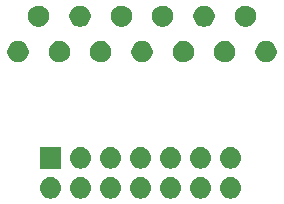
<source format=gbr>
G04 #@! TF.GenerationSoftware,KiCad,Pcbnew,(5.1.4)-1*
G04 #@! TF.CreationDate,2019-10-27T01:38:00+02:00*
G04 #@! TF.ProjectId,SIOSocket,53494f53-6f63-46b6-9574-2e6b69636164,rev?*
G04 #@! TF.SameCoordinates,Original*
G04 #@! TF.FileFunction,Soldermask,Bot*
G04 #@! TF.FilePolarity,Negative*
%FSLAX46Y46*%
G04 Gerber Fmt 4.6, Leading zero omitted, Abs format (unit mm)*
G04 Created by KiCad (PCBNEW (5.1.4)-1) date 2019-10-27 01:38:00*
%MOMM*%
%LPD*%
G04 APERTURE LIST*
%ADD10C,0.100000*%
G04 APERTURE END LIST*
D10*
G36*
X155350443Y-100145519D02*
G01*
X155416627Y-100152037D01*
X155586466Y-100203557D01*
X155742991Y-100287222D01*
X155778729Y-100316552D01*
X155880186Y-100399814D01*
X155963448Y-100501271D01*
X155992778Y-100537009D01*
X156076443Y-100693534D01*
X156127963Y-100863373D01*
X156145359Y-101040000D01*
X156127963Y-101216627D01*
X156076443Y-101386466D01*
X155992778Y-101542991D01*
X155963448Y-101578729D01*
X155880186Y-101680186D01*
X155778729Y-101763448D01*
X155742991Y-101792778D01*
X155586466Y-101876443D01*
X155416627Y-101927963D01*
X155350443Y-101934481D01*
X155284260Y-101941000D01*
X155195740Y-101941000D01*
X155129558Y-101934482D01*
X155063373Y-101927963D01*
X154893534Y-101876443D01*
X154737009Y-101792778D01*
X154701271Y-101763448D01*
X154599814Y-101680186D01*
X154516552Y-101578729D01*
X154487222Y-101542991D01*
X154403557Y-101386466D01*
X154352037Y-101216627D01*
X154334641Y-101040000D01*
X154352037Y-100863373D01*
X154403557Y-100693534D01*
X154487222Y-100537009D01*
X154516552Y-100501271D01*
X154599814Y-100399814D01*
X154701271Y-100316552D01*
X154737009Y-100287222D01*
X154893534Y-100203557D01*
X155063373Y-100152037D01*
X155129558Y-100145518D01*
X155195740Y-100139000D01*
X155284260Y-100139000D01*
X155350443Y-100145519D01*
X155350443Y-100145519D01*
G37*
G36*
X140110443Y-100145519D02*
G01*
X140176627Y-100152037D01*
X140346466Y-100203557D01*
X140502991Y-100287222D01*
X140538729Y-100316552D01*
X140640186Y-100399814D01*
X140723448Y-100501271D01*
X140752778Y-100537009D01*
X140836443Y-100693534D01*
X140887963Y-100863373D01*
X140905359Y-101040000D01*
X140887963Y-101216627D01*
X140836443Y-101386466D01*
X140752778Y-101542991D01*
X140723448Y-101578729D01*
X140640186Y-101680186D01*
X140538729Y-101763448D01*
X140502991Y-101792778D01*
X140346466Y-101876443D01*
X140176627Y-101927963D01*
X140110443Y-101934481D01*
X140044260Y-101941000D01*
X139955740Y-101941000D01*
X139889558Y-101934482D01*
X139823373Y-101927963D01*
X139653534Y-101876443D01*
X139497009Y-101792778D01*
X139461271Y-101763448D01*
X139359814Y-101680186D01*
X139276552Y-101578729D01*
X139247222Y-101542991D01*
X139163557Y-101386466D01*
X139112037Y-101216627D01*
X139094641Y-101040000D01*
X139112037Y-100863373D01*
X139163557Y-100693534D01*
X139247222Y-100537009D01*
X139276552Y-100501271D01*
X139359814Y-100399814D01*
X139461271Y-100316552D01*
X139497009Y-100287222D01*
X139653534Y-100203557D01*
X139823373Y-100152037D01*
X139889558Y-100145518D01*
X139955740Y-100139000D01*
X140044260Y-100139000D01*
X140110443Y-100145519D01*
X140110443Y-100145519D01*
G37*
G36*
X142650443Y-100145519D02*
G01*
X142716627Y-100152037D01*
X142886466Y-100203557D01*
X143042991Y-100287222D01*
X143078729Y-100316552D01*
X143180186Y-100399814D01*
X143263448Y-100501271D01*
X143292778Y-100537009D01*
X143376443Y-100693534D01*
X143427963Y-100863373D01*
X143445359Y-101040000D01*
X143427963Y-101216627D01*
X143376443Y-101386466D01*
X143292778Y-101542991D01*
X143263448Y-101578729D01*
X143180186Y-101680186D01*
X143078729Y-101763448D01*
X143042991Y-101792778D01*
X142886466Y-101876443D01*
X142716627Y-101927963D01*
X142650443Y-101934481D01*
X142584260Y-101941000D01*
X142495740Y-101941000D01*
X142429558Y-101934482D01*
X142363373Y-101927963D01*
X142193534Y-101876443D01*
X142037009Y-101792778D01*
X142001271Y-101763448D01*
X141899814Y-101680186D01*
X141816552Y-101578729D01*
X141787222Y-101542991D01*
X141703557Y-101386466D01*
X141652037Y-101216627D01*
X141634641Y-101040000D01*
X141652037Y-100863373D01*
X141703557Y-100693534D01*
X141787222Y-100537009D01*
X141816552Y-100501271D01*
X141899814Y-100399814D01*
X142001271Y-100316552D01*
X142037009Y-100287222D01*
X142193534Y-100203557D01*
X142363373Y-100152037D01*
X142429558Y-100145518D01*
X142495740Y-100139000D01*
X142584260Y-100139000D01*
X142650443Y-100145519D01*
X142650443Y-100145519D01*
G37*
G36*
X145190443Y-100145519D02*
G01*
X145256627Y-100152037D01*
X145426466Y-100203557D01*
X145582991Y-100287222D01*
X145618729Y-100316552D01*
X145720186Y-100399814D01*
X145803448Y-100501271D01*
X145832778Y-100537009D01*
X145916443Y-100693534D01*
X145967963Y-100863373D01*
X145985359Y-101040000D01*
X145967963Y-101216627D01*
X145916443Y-101386466D01*
X145832778Y-101542991D01*
X145803448Y-101578729D01*
X145720186Y-101680186D01*
X145618729Y-101763448D01*
X145582991Y-101792778D01*
X145426466Y-101876443D01*
X145256627Y-101927963D01*
X145190443Y-101934481D01*
X145124260Y-101941000D01*
X145035740Y-101941000D01*
X144969558Y-101934482D01*
X144903373Y-101927963D01*
X144733534Y-101876443D01*
X144577009Y-101792778D01*
X144541271Y-101763448D01*
X144439814Y-101680186D01*
X144356552Y-101578729D01*
X144327222Y-101542991D01*
X144243557Y-101386466D01*
X144192037Y-101216627D01*
X144174641Y-101040000D01*
X144192037Y-100863373D01*
X144243557Y-100693534D01*
X144327222Y-100537009D01*
X144356552Y-100501271D01*
X144439814Y-100399814D01*
X144541271Y-100316552D01*
X144577009Y-100287222D01*
X144733534Y-100203557D01*
X144903373Y-100152037D01*
X144969558Y-100145518D01*
X145035740Y-100139000D01*
X145124260Y-100139000D01*
X145190443Y-100145519D01*
X145190443Y-100145519D01*
G37*
G36*
X147730443Y-100145519D02*
G01*
X147796627Y-100152037D01*
X147966466Y-100203557D01*
X148122991Y-100287222D01*
X148158729Y-100316552D01*
X148260186Y-100399814D01*
X148343448Y-100501271D01*
X148372778Y-100537009D01*
X148456443Y-100693534D01*
X148507963Y-100863373D01*
X148525359Y-101040000D01*
X148507963Y-101216627D01*
X148456443Y-101386466D01*
X148372778Y-101542991D01*
X148343448Y-101578729D01*
X148260186Y-101680186D01*
X148158729Y-101763448D01*
X148122991Y-101792778D01*
X147966466Y-101876443D01*
X147796627Y-101927963D01*
X147730443Y-101934481D01*
X147664260Y-101941000D01*
X147575740Y-101941000D01*
X147509558Y-101934482D01*
X147443373Y-101927963D01*
X147273534Y-101876443D01*
X147117009Y-101792778D01*
X147081271Y-101763448D01*
X146979814Y-101680186D01*
X146896552Y-101578729D01*
X146867222Y-101542991D01*
X146783557Y-101386466D01*
X146732037Y-101216627D01*
X146714641Y-101040000D01*
X146732037Y-100863373D01*
X146783557Y-100693534D01*
X146867222Y-100537009D01*
X146896552Y-100501271D01*
X146979814Y-100399814D01*
X147081271Y-100316552D01*
X147117009Y-100287222D01*
X147273534Y-100203557D01*
X147443373Y-100152037D01*
X147509558Y-100145518D01*
X147575740Y-100139000D01*
X147664260Y-100139000D01*
X147730443Y-100145519D01*
X147730443Y-100145519D01*
G37*
G36*
X150270443Y-100145519D02*
G01*
X150336627Y-100152037D01*
X150506466Y-100203557D01*
X150662991Y-100287222D01*
X150698729Y-100316552D01*
X150800186Y-100399814D01*
X150883448Y-100501271D01*
X150912778Y-100537009D01*
X150996443Y-100693534D01*
X151047963Y-100863373D01*
X151065359Y-101040000D01*
X151047963Y-101216627D01*
X150996443Y-101386466D01*
X150912778Y-101542991D01*
X150883448Y-101578729D01*
X150800186Y-101680186D01*
X150698729Y-101763448D01*
X150662991Y-101792778D01*
X150506466Y-101876443D01*
X150336627Y-101927963D01*
X150270443Y-101934481D01*
X150204260Y-101941000D01*
X150115740Y-101941000D01*
X150049558Y-101934482D01*
X149983373Y-101927963D01*
X149813534Y-101876443D01*
X149657009Y-101792778D01*
X149621271Y-101763448D01*
X149519814Y-101680186D01*
X149436552Y-101578729D01*
X149407222Y-101542991D01*
X149323557Y-101386466D01*
X149272037Y-101216627D01*
X149254641Y-101040000D01*
X149272037Y-100863373D01*
X149323557Y-100693534D01*
X149407222Y-100537009D01*
X149436552Y-100501271D01*
X149519814Y-100399814D01*
X149621271Y-100316552D01*
X149657009Y-100287222D01*
X149813534Y-100203557D01*
X149983373Y-100152037D01*
X150049558Y-100145518D01*
X150115740Y-100139000D01*
X150204260Y-100139000D01*
X150270443Y-100145519D01*
X150270443Y-100145519D01*
G37*
G36*
X152810443Y-100145519D02*
G01*
X152876627Y-100152037D01*
X153046466Y-100203557D01*
X153202991Y-100287222D01*
X153238729Y-100316552D01*
X153340186Y-100399814D01*
X153423448Y-100501271D01*
X153452778Y-100537009D01*
X153536443Y-100693534D01*
X153587963Y-100863373D01*
X153605359Y-101040000D01*
X153587963Y-101216627D01*
X153536443Y-101386466D01*
X153452778Y-101542991D01*
X153423448Y-101578729D01*
X153340186Y-101680186D01*
X153238729Y-101763448D01*
X153202991Y-101792778D01*
X153046466Y-101876443D01*
X152876627Y-101927963D01*
X152810443Y-101934481D01*
X152744260Y-101941000D01*
X152655740Y-101941000D01*
X152589558Y-101934482D01*
X152523373Y-101927963D01*
X152353534Y-101876443D01*
X152197009Y-101792778D01*
X152161271Y-101763448D01*
X152059814Y-101680186D01*
X151976552Y-101578729D01*
X151947222Y-101542991D01*
X151863557Y-101386466D01*
X151812037Y-101216627D01*
X151794641Y-101040000D01*
X151812037Y-100863373D01*
X151863557Y-100693534D01*
X151947222Y-100537009D01*
X151976552Y-100501271D01*
X152059814Y-100399814D01*
X152161271Y-100316552D01*
X152197009Y-100287222D01*
X152353534Y-100203557D01*
X152523373Y-100152037D01*
X152589558Y-100145518D01*
X152655740Y-100139000D01*
X152744260Y-100139000D01*
X152810443Y-100145519D01*
X152810443Y-100145519D01*
G37*
G36*
X140901000Y-99401000D02*
G01*
X139099000Y-99401000D01*
X139099000Y-97599000D01*
X140901000Y-97599000D01*
X140901000Y-99401000D01*
X140901000Y-99401000D01*
G37*
G36*
X142650443Y-97605519D02*
G01*
X142716627Y-97612037D01*
X142886466Y-97663557D01*
X143042991Y-97747222D01*
X143078729Y-97776552D01*
X143180186Y-97859814D01*
X143263448Y-97961271D01*
X143292778Y-97997009D01*
X143376443Y-98153534D01*
X143427963Y-98323373D01*
X143445359Y-98500000D01*
X143427963Y-98676627D01*
X143376443Y-98846466D01*
X143292778Y-99002991D01*
X143263448Y-99038729D01*
X143180186Y-99140186D01*
X143078729Y-99223448D01*
X143042991Y-99252778D01*
X142886466Y-99336443D01*
X142716627Y-99387963D01*
X142650442Y-99394482D01*
X142584260Y-99401000D01*
X142495740Y-99401000D01*
X142429558Y-99394482D01*
X142363373Y-99387963D01*
X142193534Y-99336443D01*
X142037009Y-99252778D01*
X142001271Y-99223448D01*
X141899814Y-99140186D01*
X141816552Y-99038729D01*
X141787222Y-99002991D01*
X141703557Y-98846466D01*
X141652037Y-98676627D01*
X141634641Y-98500000D01*
X141652037Y-98323373D01*
X141703557Y-98153534D01*
X141787222Y-97997009D01*
X141816552Y-97961271D01*
X141899814Y-97859814D01*
X142001271Y-97776552D01*
X142037009Y-97747222D01*
X142193534Y-97663557D01*
X142363373Y-97612037D01*
X142429557Y-97605519D01*
X142495740Y-97599000D01*
X142584260Y-97599000D01*
X142650443Y-97605519D01*
X142650443Y-97605519D01*
G37*
G36*
X145190443Y-97605519D02*
G01*
X145256627Y-97612037D01*
X145426466Y-97663557D01*
X145582991Y-97747222D01*
X145618729Y-97776552D01*
X145720186Y-97859814D01*
X145803448Y-97961271D01*
X145832778Y-97997009D01*
X145916443Y-98153534D01*
X145967963Y-98323373D01*
X145985359Y-98500000D01*
X145967963Y-98676627D01*
X145916443Y-98846466D01*
X145832778Y-99002991D01*
X145803448Y-99038729D01*
X145720186Y-99140186D01*
X145618729Y-99223448D01*
X145582991Y-99252778D01*
X145426466Y-99336443D01*
X145256627Y-99387963D01*
X145190442Y-99394482D01*
X145124260Y-99401000D01*
X145035740Y-99401000D01*
X144969558Y-99394482D01*
X144903373Y-99387963D01*
X144733534Y-99336443D01*
X144577009Y-99252778D01*
X144541271Y-99223448D01*
X144439814Y-99140186D01*
X144356552Y-99038729D01*
X144327222Y-99002991D01*
X144243557Y-98846466D01*
X144192037Y-98676627D01*
X144174641Y-98500000D01*
X144192037Y-98323373D01*
X144243557Y-98153534D01*
X144327222Y-97997009D01*
X144356552Y-97961271D01*
X144439814Y-97859814D01*
X144541271Y-97776552D01*
X144577009Y-97747222D01*
X144733534Y-97663557D01*
X144903373Y-97612037D01*
X144969557Y-97605519D01*
X145035740Y-97599000D01*
X145124260Y-97599000D01*
X145190443Y-97605519D01*
X145190443Y-97605519D01*
G37*
G36*
X150270443Y-97605519D02*
G01*
X150336627Y-97612037D01*
X150506466Y-97663557D01*
X150662991Y-97747222D01*
X150698729Y-97776552D01*
X150800186Y-97859814D01*
X150883448Y-97961271D01*
X150912778Y-97997009D01*
X150996443Y-98153534D01*
X151047963Y-98323373D01*
X151065359Y-98500000D01*
X151047963Y-98676627D01*
X150996443Y-98846466D01*
X150912778Y-99002991D01*
X150883448Y-99038729D01*
X150800186Y-99140186D01*
X150698729Y-99223448D01*
X150662991Y-99252778D01*
X150506466Y-99336443D01*
X150336627Y-99387963D01*
X150270442Y-99394482D01*
X150204260Y-99401000D01*
X150115740Y-99401000D01*
X150049558Y-99394482D01*
X149983373Y-99387963D01*
X149813534Y-99336443D01*
X149657009Y-99252778D01*
X149621271Y-99223448D01*
X149519814Y-99140186D01*
X149436552Y-99038729D01*
X149407222Y-99002991D01*
X149323557Y-98846466D01*
X149272037Y-98676627D01*
X149254641Y-98500000D01*
X149272037Y-98323373D01*
X149323557Y-98153534D01*
X149407222Y-97997009D01*
X149436552Y-97961271D01*
X149519814Y-97859814D01*
X149621271Y-97776552D01*
X149657009Y-97747222D01*
X149813534Y-97663557D01*
X149983373Y-97612037D01*
X150049557Y-97605519D01*
X150115740Y-97599000D01*
X150204260Y-97599000D01*
X150270443Y-97605519D01*
X150270443Y-97605519D01*
G37*
G36*
X152810443Y-97605519D02*
G01*
X152876627Y-97612037D01*
X153046466Y-97663557D01*
X153202991Y-97747222D01*
X153238729Y-97776552D01*
X153340186Y-97859814D01*
X153423448Y-97961271D01*
X153452778Y-97997009D01*
X153536443Y-98153534D01*
X153587963Y-98323373D01*
X153605359Y-98500000D01*
X153587963Y-98676627D01*
X153536443Y-98846466D01*
X153452778Y-99002991D01*
X153423448Y-99038729D01*
X153340186Y-99140186D01*
X153238729Y-99223448D01*
X153202991Y-99252778D01*
X153046466Y-99336443D01*
X152876627Y-99387963D01*
X152810442Y-99394482D01*
X152744260Y-99401000D01*
X152655740Y-99401000D01*
X152589558Y-99394482D01*
X152523373Y-99387963D01*
X152353534Y-99336443D01*
X152197009Y-99252778D01*
X152161271Y-99223448D01*
X152059814Y-99140186D01*
X151976552Y-99038729D01*
X151947222Y-99002991D01*
X151863557Y-98846466D01*
X151812037Y-98676627D01*
X151794641Y-98500000D01*
X151812037Y-98323373D01*
X151863557Y-98153534D01*
X151947222Y-97997009D01*
X151976552Y-97961271D01*
X152059814Y-97859814D01*
X152161271Y-97776552D01*
X152197009Y-97747222D01*
X152353534Y-97663557D01*
X152523373Y-97612037D01*
X152589557Y-97605519D01*
X152655740Y-97599000D01*
X152744260Y-97599000D01*
X152810443Y-97605519D01*
X152810443Y-97605519D01*
G37*
G36*
X155350443Y-97605519D02*
G01*
X155416627Y-97612037D01*
X155586466Y-97663557D01*
X155742991Y-97747222D01*
X155778729Y-97776552D01*
X155880186Y-97859814D01*
X155963448Y-97961271D01*
X155992778Y-97997009D01*
X156076443Y-98153534D01*
X156127963Y-98323373D01*
X156145359Y-98500000D01*
X156127963Y-98676627D01*
X156076443Y-98846466D01*
X155992778Y-99002991D01*
X155963448Y-99038729D01*
X155880186Y-99140186D01*
X155778729Y-99223448D01*
X155742991Y-99252778D01*
X155586466Y-99336443D01*
X155416627Y-99387963D01*
X155350442Y-99394482D01*
X155284260Y-99401000D01*
X155195740Y-99401000D01*
X155129558Y-99394482D01*
X155063373Y-99387963D01*
X154893534Y-99336443D01*
X154737009Y-99252778D01*
X154701271Y-99223448D01*
X154599814Y-99140186D01*
X154516552Y-99038729D01*
X154487222Y-99002991D01*
X154403557Y-98846466D01*
X154352037Y-98676627D01*
X154334641Y-98500000D01*
X154352037Y-98323373D01*
X154403557Y-98153534D01*
X154487222Y-97997009D01*
X154516552Y-97961271D01*
X154599814Y-97859814D01*
X154701271Y-97776552D01*
X154737009Y-97747222D01*
X154893534Y-97663557D01*
X155063373Y-97612037D01*
X155129557Y-97605519D01*
X155195740Y-97599000D01*
X155284260Y-97599000D01*
X155350443Y-97605519D01*
X155350443Y-97605519D01*
G37*
G36*
X147730443Y-97605519D02*
G01*
X147796627Y-97612037D01*
X147966466Y-97663557D01*
X148122991Y-97747222D01*
X148158729Y-97776552D01*
X148260186Y-97859814D01*
X148343448Y-97961271D01*
X148372778Y-97997009D01*
X148456443Y-98153534D01*
X148507963Y-98323373D01*
X148525359Y-98500000D01*
X148507963Y-98676627D01*
X148456443Y-98846466D01*
X148372778Y-99002991D01*
X148343448Y-99038729D01*
X148260186Y-99140186D01*
X148158729Y-99223448D01*
X148122991Y-99252778D01*
X147966466Y-99336443D01*
X147796627Y-99387963D01*
X147730442Y-99394482D01*
X147664260Y-99401000D01*
X147575740Y-99401000D01*
X147509558Y-99394482D01*
X147443373Y-99387963D01*
X147273534Y-99336443D01*
X147117009Y-99252778D01*
X147081271Y-99223448D01*
X146979814Y-99140186D01*
X146896552Y-99038729D01*
X146867222Y-99002991D01*
X146783557Y-98846466D01*
X146732037Y-98676627D01*
X146714641Y-98500000D01*
X146732037Y-98323373D01*
X146783557Y-98153534D01*
X146867222Y-97997009D01*
X146896552Y-97961271D01*
X146979814Y-97859814D01*
X147081271Y-97776552D01*
X147117009Y-97747222D01*
X147273534Y-97663557D01*
X147443373Y-97612037D01*
X147509557Y-97605519D01*
X147575740Y-97599000D01*
X147664260Y-97599000D01*
X147730443Y-97605519D01*
X147730443Y-97605519D01*
G37*
G36*
X144363512Y-88603927D02*
G01*
X144512812Y-88633624D01*
X144676784Y-88701544D01*
X144824354Y-88800147D01*
X144949853Y-88925646D01*
X145048456Y-89073216D01*
X145116376Y-89237188D01*
X145151000Y-89411259D01*
X145151000Y-89588741D01*
X145116376Y-89762812D01*
X145048456Y-89926784D01*
X144949853Y-90074354D01*
X144824354Y-90199853D01*
X144676784Y-90298456D01*
X144512812Y-90366376D01*
X144363512Y-90396073D01*
X144338742Y-90401000D01*
X144161258Y-90401000D01*
X144136488Y-90396073D01*
X143987188Y-90366376D01*
X143823216Y-90298456D01*
X143675646Y-90199853D01*
X143550147Y-90074354D01*
X143451544Y-89926784D01*
X143383624Y-89762812D01*
X143349000Y-89588741D01*
X143349000Y-89411259D01*
X143383624Y-89237188D01*
X143451544Y-89073216D01*
X143550147Y-88925646D01*
X143675646Y-88800147D01*
X143823216Y-88701544D01*
X143987188Y-88633624D01*
X144136488Y-88603927D01*
X144161258Y-88599000D01*
X144338742Y-88599000D01*
X144363512Y-88603927D01*
X144363512Y-88603927D01*
G37*
G36*
X137363512Y-88603927D02*
G01*
X137512812Y-88633624D01*
X137676784Y-88701544D01*
X137824354Y-88800147D01*
X137949853Y-88925646D01*
X138048456Y-89073216D01*
X138116376Y-89237188D01*
X138151000Y-89411259D01*
X138151000Y-89588741D01*
X138116376Y-89762812D01*
X138048456Y-89926784D01*
X137949853Y-90074354D01*
X137824354Y-90199853D01*
X137676784Y-90298456D01*
X137512812Y-90366376D01*
X137363512Y-90396073D01*
X137338742Y-90401000D01*
X137161258Y-90401000D01*
X137136488Y-90396073D01*
X136987188Y-90366376D01*
X136823216Y-90298456D01*
X136675646Y-90199853D01*
X136550147Y-90074354D01*
X136451544Y-89926784D01*
X136383624Y-89762812D01*
X136349000Y-89588741D01*
X136349000Y-89411259D01*
X136383624Y-89237188D01*
X136451544Y-89073216D01*
X136550147Y-88925646D01*
X136675646Y-88800147D01*
X136823216Y-88701544D01*
X136987188Y-88633624D01*
X137136488Y-88603927D01*
X137161258Y-88599000D01*
X137338742Y-88599000D01*
X137363512Y-88603927D01*
X137363512Y-88603927D01*
G37*
G36*
X140863512Y-88603927D02*
G01*
X141012812Y-88633624D01*
X141176784Y-88701544D01*
X141324354Y-88800147D01*
X141449853Y-88925646D01*
X141548456Y-89073216D01*
X141616376Y-89237188D01*
X141651000Y-89411259D01*
X141651000Y-89588741D01*
X141616376Y-89762812D01*
X141548456Y-89926784D01*
X141449853Y-90074354D01*
X141324354Y-90199853D01*
X141176784Y-90298456D01*
X141012812Y-90366376D01*
X140863512Y-90396073D01*
X140838742Y-90401000D01*
X140661258Y-90401000D01*
X140636488Y-90396073D01*
X140487188Y-90366376D01*
X140323216Y-90298456D01*
X140175646Y-90199853D01*
X140050147Y-90074354D01*
X139951544Y-89926784D01*
X139883624Y-89762812D01*
X139849000Y-89588741D01*
X139849000Y-89411259D01*
X139883624Y-89237188D01*
X139951544Y-89073216D01*
X140050147Y-88925646D01*
X140175646Y-88800147D01*
X140323216Y-88701544D01*
X140487188Y-88633624D01*
X140636488Y-88603927D01*
X140661258Y-88599000D01*
X140838742Y-88599000D01*
X140863512Y-88603927D01*
X140863512Y-88603927D01*
G37*
G36*
X147863512Y-88603927D02*
G01*
X148012812Y-88633624D01*
X148176784Y-88701544D01*
X148324354Y-88800147D01*
X148449853Y-88925646D01*
X148548456Y-89073216D01*
X148616376Y-89237188D01*
X148651000Y-89411259D01*
X148651000Y-89588741D01*
X148616376Y-89762812D01*
X148548456Y-89926784D01*
X148449853Y-90074354D01*
X148324354Y-90199853D01*
X148176784Y-90298456D01*
X148012812Y-90366376D01*
X147863512Y-90396073D01*
X147838742Y-90401000D01*
X147661258Y-90401000D01*
X147636488Y-90396073D01*
X147487188Y-90366376D01*
X147323216Y-90298456D01*
X147175646Y-90199853D01*
X147050147Y-90074354D01*
X146951544Y-89926784D01*
X146883624Y-89762812D01*
X146849000Y-89588741D01*
X146849000Y-89411259D01*
X146883624Y-89237188D01*
X146951544Y-89073216D01*
X147050147Y-88925646D01*
X147175646Y-88800147D01*
X147323216Y-88701544D01*
X147487188Y-88633624D01*
X147636488Y-88603927D01*
X147661258Y-88599000D01*
X147838742Y-88599000D01*
X147863512Y-88603927D01*
X147863512Y-88603927D01*
G37*
G36*
X151363512Y-88603927D02*
G01*
X151512812Y-88633624D01*
X151676784Y-88701544D01*
X151824354Y-88800147D01*
X151949853Y-88925646D01*
X152048456Y-89073216D01*
X152116376Y-89237188D01*
X152151000Y-89411259D01*
X152151000Y-89588741D01*
X152116376Y-89762812D01*
X152048456Y-89926784D01*
X151949853Y-90074354D01*
X151824354Y-90199853D01*
X151676784Y-90298456D01*
X151512812Y-90366376D01*
X151363512Y-90396073D01*
X151338742Y-90401000D01*
X151161258Y-90401000D01*
X151136488Y-90396073D01*
X150987188Y-90366376D01*
X150823216Y-90298456D01*
X150675646Y-90199853D01*
X150550147Y-90074354D01*
X150451544Y-89926784D01*
X150383624Y-89762812D01*
X150349000Y-89588741D01*
X150349000Y-89411259D01*
X150383624Y-89237188D01*
X150451544Y-89073216D01*
X150550147Y-88925646D01*
X150675646Y-88800147D01*
X150823216Y-88701544D01*
X150987188Y-88633624D01*
X151136488Y-88603927D01*
X151161258Y-88599000D01*
X151338742Y-88599000D01*
X151363512Y-88603927D01*
X151363512Y-88603927D01*
G37*
G36*
X154863512Y-88603927D02*
G01*
X155012812Y-88633624D01*
X155176784Y-88701544D01*
X155324354Y-88800147D01*
X155449853Y-88925646D01*
X155548456Y-89073216D01*
X155616376Y-89237188D01*
X155651000Y-89411259D01*
X155651000Y-89588741D01*
X155616376Y-89762812D01*
X155548456Y-89926784D01*
X155449853Y-90074354D01*
X155324354Y-90199853D01*
X155176784Y-90298456D01*
X155012812Y-90366376D01*
X154863512Y-90396073D01*
X154838742Y-90401000D01*
X154661258Y-90401000D01*
X154636488Y-90396073D01*
X154487188Y-90366376D01*
X154323216Y-90298456D01*
X154175646Y-90199853D01*
X154050147Y-90074354D01*
X153951544Y-89926784D01*
X153883624Y-89762812D01*
X153849000Y-89588741D01*
X153849000Y-89411259D01*
X153883624Y-89237188D01*
X153951544Y-89073216D01*
X154050147Y-88925646D01*
X154175646Y-88800147D01*
X154323216Y-88701544D01*
X154487188Y-88633624D01*
X154636488Y-88603927D01*
X154661258Y-88599000D01*
X154838742Y-88599000D01*
X154863512Y-88603927D01*
X154863512Y-88603927D01*
G37*
G36*
X158363512Y-88603927D02*
G01*
X158512812Y-88633624D01*
X158676784Y-88701544D01*
X158824354Y-88800147D01*
X158949853Y-88925646D01*
X159048456Y-89073216D01*
X159116376Y-89237188D01*
X159151000Y-89411259D01*
X159151000Y-89588741D01*
X159116376Y-89762812D01*
X159048456Y-89926784D01*
X158949853Y-90074354D01*
X158824354Y-90199853D01*
X158676784Y-90298456D01*
X158512812Y-90366376D01*
X158363512Y-90396073D01*
X158338742Y-90401000D01*
X158161258Y-90401000D01*
X158136488Y-90396073D01*
X157987188Y-90366376D01*
X157823216Y-90298456D01*
X157675646Y-90199853D01*
X157550147Y-90074354D01*
X157451544Y-89926784D01*
X157383624Y-89762812D01*
X157349000Y-89588741D01*
X157349000Y-89411259D01*
X157383624Y-89237188D01*
X157451544Y-89073216D01*
X157550147Y-88925646D01*
X157675646Y-88800147D01*
X157823216Y-88701544D01*
X157987188Y-88633624D01*
X158136488Y-88603927D01*
X158161258Y-88599000D01*
X158338742Y-88599000D01*
X158363512Y-88603927D01*
X158363512Y-88603927D01*
G37*
G36*
X156613512Y-85603927D02*
G01*
X156762812Y-85633624D01*
X156926784Y-85701544D01*
X157074354Y-85800147D01*
X157199853Y-85925646D01*
X157298456Y-86073216D01*
X157366376Y-86237188D01*
X157401000Y-86411259D01*
X157401000Y-86588741D01*
X157366376Y-86762812D01*
X157298456Y-86926784D01*
X157199853Y-87074354D01*
X157074354Y-87199853D01*
X156926784Y-87298456D01*
X156762812Y-87366376D01*
X156613512Y-87396073D01*
X156588742Y-87401000D01*
X156411258Y-87401000D01*
X156386488Y-87396073D01*
X156237188Y-87366376D01*
X156073216Y-87298456D01*
X155925646Y-87199853D01*
X155800147Y-87074354D01*
X155701544Y-86926784D01*
X155633624Y-86762812D01*
X155599000Y-86588741D01*
X155599000Y-86411259D01*
X155633624Y-86237188D01*
X155701544Y-86073216D01*
X155800147Y-85925646D01*
X155925646Y-85800147D01*
X156073216Y-85701544D01*
X156237188Y-85633624D01*
X156386488Y-85603927D01*
X156411258Y-85599000D01*
X156588742Y-85599000D01*
X156613512Y-85603927D01*
X156613512Y-85603927D01*
G37*
G36*
X153113512Y-85603927D02*
G01*
X153262812Y-85633624D01*
X153426784Y-85701544D01*
X153574354Y-85800147D01*
X153699853Y-85925646D01*
X153798456Y-86073216D01*
X153866376Y-86237188D01*
X153901000Y-86411259D01*
X153901000Y-86588741D01*
X153866376Y-86762812D01*
X153798456Y-86926784D01*
X153699853Y-87074354D01*
X153574354Y-87199853D01*
X153426784Y-87298456D01*
X153262812Y-87366376D01*
X153113512Y-87396073D01*
X153088742Y-87401000D01*
X152911258Y-87401000D01*
X152886488Y-87396073D01*
X152737188Y-87366376D01*
X152573216Y-87298456D01*
X152425646Y-87199853D01*
X152300147Y-87074354D01*
X152201544Y-86926784D01*
X152133624Y-86762812D01*
X152099000Y-86588741D01*
X152099000Y-86411259D01*
X152133624Y-86237188D01*
X152201544Y-86073216D01*
X152300147Y-85925646D01*
X152425646Y-85800147D01*
X152573216Y-85701544D01*
X152737188Y-85633624D01*
X152886488Y-85603927D01*
X152911258Y-85599000D01*
X153088742Y-85599000D01*
X153113512Y-85603927D01*
X153113512Y-85603927D01*
G37*
G36*
X149613512Y-85603927D02*
G01*
X149762812Y-85633624D01*
X149926784Y-85701544D01*
X150074354Y-85800147D01*
X150199853Y-85925646D01*
X150298456Y-86073216D01*
X150366376Y-86237188D01*
X150401000Y-86411259D01*
X150401000Y-86588741D01*
X150366376Y-86762812D01*
X150298456Y-86926784D01*
X150199853Y-87074354D01*
X150074354Y-87199853D01*
X149926784Y-87298456D01*
X149762812Y-87366376D01*
X149613512Y-87396073D01*
X149588742Y-87401000D01*
X149411258Y-87401000D01*
X149386488Y-87396073D01*
X149237188Y-87366376D01*
X149073216Y-87298456D01*
X148925646Y-87199853D01*
X148800147Y-87074354D01*
X148701544Y-86926784D01*
X148633624Y-86762812D01*
X148599000Y-86588741D01*
X148599000Y-86411259D01*
X148633624Y-86237188D01*
X148701544Y-86073216D01*
X148800147Y-85925646D01*
X148925646Y-85800147D01*
X149073216Y-85701544D01*
X149237188Y-85633624D01*
X149386488Y-85603927D01*
X149411258Y-85599000D01*
X149588742Y-85599000D01*
X149613512Y-85603927D01*
X149613512Y-85603927D01*
G37*
G36*
X146113512Y-85603927D02*
G01*
X146262812Y-85633624D01*
X146426784Y-85701544D01*
X146574354Y-85800147D01*
X146699853Y-85925646D01*
X146798456Y-86073216D01*
X146866376Y-86237188D01*
X146901000Y-86411259D01*
X146901000Y-86588741D01*
X146866376Y-86762812D01*
X146798456Y-86926784D01*
X146699853Y-87074354D01*
X146574354Y-87199853D01*
X146426784Y-87298456D01*
X146262812Y-87366376D01*
X146113512Y-87396073D01*
X146088742Y-87401000D01*
X145911258Y-87401000D01*
X145886488Y-87396073D01*
X145737188Y-87366376D01*
X145573216Y-87298456D01*
X145425646Y-87199853D01*
X145300147Y-87074354D01*
X145201544Y-86926784D01*
X145133624Y-86762812D01*
X145099000Y-86588741D01*
X145099000Y-86411259D01*
X145133624Y-86237188D01*
X145201544Y-86073216D01*
X145300147Y-85925646D01*
X145425646Y-85800147D01*
X145573216Y-85701544D01*
X145737188Y-85633624D01*
X145886488Y-85603927D01*
X145911258Y-85599000D01*
X146088742Y-85599000D01*
X146113512Y-85603927D01*
X146113512Y-85603927D01*
G37*
G36*
X142613512Y-85603927D02*
G01*
X142762812Y-85633624D01*
X142926784Y-85701544D01*
X143074354Y-85800147D01*
X143199853Y-85925646D01*
X143298456Y-86073216D01*
X143366376Y-86237188D01*
X143401000Y-86411259D01*
X143401000Y-86588741D01*
X143366376Y-86762812D01*
X143298456Y-86926784D01*
X143199853Y-87074354D01*
X143074354Y-87199853D01*
X142926784Y-87298456D01*
X142762812Y-87366376D01*
X142613512Y-87396073D01*
X142588742Y-87401000D01*
X142411258Y-87401000D01*
X142386488Y-87396073D01*
X142237188Y-87366376D01*
X142073216Y-87298456D01*
X141925646Y-87199853D01*
X141800147Y-87074354D01*
X141701544Y-86926784D01*
X141633624Y-86762812D01*
X141599000Y-86588741D01*
X141599000Y-86411259D01*
X141633624Y-86237188D01*
X141701544Y-86073216D01*
X141800147Y-85925646D01*
X141925646Y-85800147D01*
X142073216Y-85701544D01*
X142237188Y-85633624D01*
X142386488Y-85603927D01*
X142411258Y-85599000D01*
X142588742Y-85599000D01*
X142613512Y-85603927D01*
X142613512Y-85603927D01*
G37*
G36*
X139113512Y-85603927D02*
G01*
X139262812Y-85633624D01*
X139426784Y-85701544D01*
X139574354Y-85800147D01*
X139699853Y-85925646D01*
X139798456Y-86073216D01*
X139866376Y-86237188D01*
X139901000Y-86411259D01*
X139901000Y-86588741D01*
X139866376Y-86762812D01*
X139798456Y-86926784D01*
X139699853Y-87074354D01*
X139574354Y-87199853D01*
X139426784Y-87298456D01*
X139262812Y-87366376D01*
X139113512Y-87396073D01*
X139088742Y-87401000D01*
X138911258Y-87401000D01*
X138886488Y-87396073D01*
X138737188Y-87366376D01*
X138573216Y-87298456D01*
X138425646Y-87199853D01*
X138300147Y-87074354D01*
X138201544Y-86926784D01*
X138133624Y-86762812D01*
X138099000Y-86588741D01*
X138099000Y-86411259D01*
X138133624Y-86237188D01*
X138201544Y-86073216D01*
X138300147Y-85925646D01*
X138425646Y-85800147D01*
X138573216Y-85701544D01*
X138737188Y-85633624D01*
X138886488Y-85603927D01*
X138911258Y-85599000D01*
X139088742Y-85599000D01*
X139113512Y-85603927D01*
X139113512Y-85603927D01*
G37*
M02*

</source>
